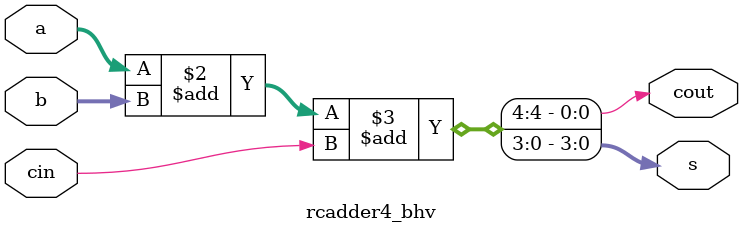
<source format=v>
`timescale 1ns / 1ps


module rcadder4_bhv(a,b,s,cin,cout);
input [3:0] a,b;
output [3:0] s;
input cin;
output cout;

reg [3:0] s;
reg cout;

always @ (a or b or cin)
   {cout,s} = a+b+cin;
endmodule

</source>
